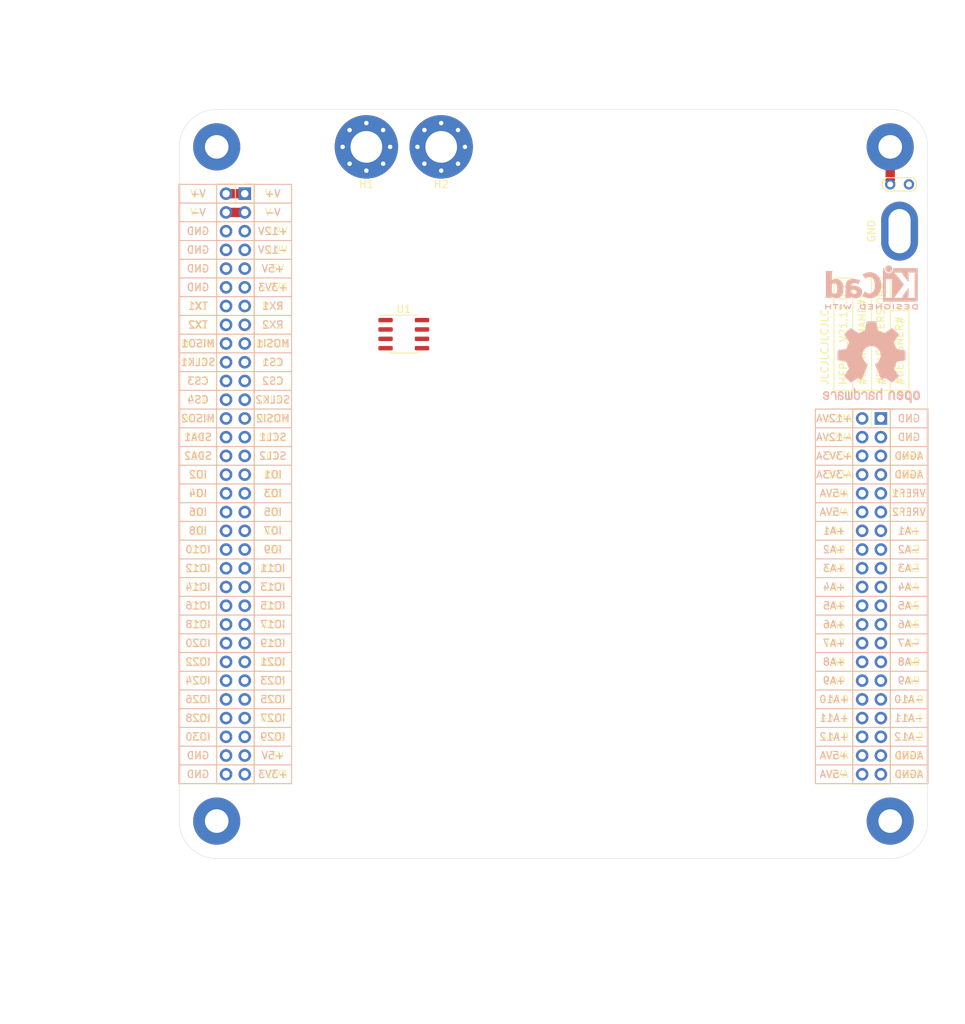
<source format=kicad_pcb>
(kicad_pcb (version 20211014) (generator pcbnew)
  (layers (0 "F.Cu" signal) (1 "In1.Cu" power "GND.Cu") (2 "In2.Cu" power "Power.Cu") (31 "B.Cu" signal) (34 "B.Paste" user) (35 "F.Paste" user) (36 "B.SilkS" user "B.Silkscreen") (37 "F.SilkS" user "F.Silkscreen") (38 "B.Mask" user) (39 "F.Mask" user) (44 "Edge.Cuts" user))
  (net 0 "")
  (net 1 "GND")
  (net 2 "Net-(H204-Pad1)")
  (net 3 "AGND")
  (net 4 "+3V3")
  (net 5 "+5V")
  (net 6 "GPIO30")
  (net 7 "GPIO29")
  (net 8 "GPIO28")
  (net 9 "GPIO27")
  (net 10 "GPIO26")
  (net 11 "GPIO25")
  (net 12 "GPIO24")
  (net 13 "GPIO23")
  (net 14 "GPIO22")
  (net 15 "GPIO21")
  (net 16 "GPIO20")
  (net 17 "GPIO19")
  (net 18 "GPIO18")
  (net 19 "GPIO17")
  (net 20 "GPIO16")
  (net 21 "GPIO15")
  (net 22 "GPIO14")
  (net 23 "GPIO13")
  (net 24 "GPIO12")
  (net 25 "GPIO11")
  (net 26 "GPIO10")
  (net 27 "GPIO9")
  (net 28 "GPIO8")
  (net 29 "GPIO7")
  (net 30 "GPIO6")
  (net 31 "GPIO5")
  (net 32 "GPIO4")
  (net 33 "GPIO3")
  (net 34 "GPIO2")
  (net 35 "GPIO1")
  (net 36 "SDA2")
  (net 37 "SCL2")
  (net 38 "SDA1")
  (net 39 "SCL1")
  (net 40 "MISO2")
  (net 41 "MOSI2")
  (net 42 "CS4")
  (net 43 "SCLK2")
  (net 44 "CS3")
  (net 45 "CS2")
  (net 46 "SCLK1")
  (net 47 "CS1")
  (net 48 "MISO1")
  (net 49 "MOSI1")
  (net 50 "TX1")
  (net 51 "RX1")
  (net 52 "-12V")
  (net 53 "+12V")
  (net 54 "V-")
  (net 55 "V+")
  (net 56 "-5VA")
  (net 57 "+5VA")
  (net 58 "+A12")
  (net 59 "-A12")
  (net 60 "+A11")
  (net 61 "-A11")
  (net 62 "+A10")
  (net 63 "-A10")
  (net 64 "+A9")
  (net 65 "-A9")
  (net 66 "+A8")
  (net 67 "-A8")
  (net 68 "+A7")
  (net 69 "-A7")
  (net 70 "+A6")
  (net 71 "-A6")
  (net 72 "+A5")
  (net 73 "-A5")
  (net 74 "+A4")
  (net 75 "-A4")
  (net 76 "+A3")
  (net 77 "-A3")
  (net 78 "+A2")
  (net 79 "-A2")
  (net 80 "+A1")
  (net 81 "-A1")
  (net 82 "VREF2")
  (net 83 "VREF1")
  (net 84 "-3V3A")
  (net 85 "+3V3A")
  (net 86 "-12VA")
  (net 87 "+12VA")
  (net 88 "TX2")
  (net 89 "RX2")
  (footprint "MEP_TEMPLATE:Scope_GND" (layer "F.Cu") (at 191.91 50.47 90)
    (fp_text reference "GND201")
    (fp_text value "Scope GND")
    (pad "1" thru_hole oval locked (at 0 0 90) (size 8 5) (drill oval 6 3) (layers *.Cu *.Mask) (net 1 "GND"))
  )
  (footprint "MountingHole:MountingHole_3.2mm_M3_Pad" (layer "F.Cu") (at 99.2 39.04)
    (fp_text reference "H201")
    (fp_text value "M3 Mount")
    (pad "1" thru_hole circle locked (at 0 0) (size 6.4 6.4) (drill 3.2) (layers *.Cu *.Mask))
  )
  (footprint "MountingHole:MountingHole_3.2mm_M3_Pad" (layer "F.Cu") (at 99.2 130.48)
    (fp_text reference "H202")
    (fp_text value "M3 Mount")
    (pad "1" thru_hole circle locked (at 0 0) (size 6.4 6.4) (drill 3.2) (layers *.Cu *.Mask))
  )
  (footprint "MountingHole:MountingHole_3.2mm_M3_Pad" (layer "F.Cu") (at 190.64 130.48)
    (fp_text reference "H203")
    (fp_text value "M3 Mount")
    (pad "1" thru_hole circle locked (at 0 0) (size 6.4 6.4) (drill 3.2) (layers *.Cu *.Mask))
  )
  (footprint "MountingHole:MountingHole_3.2mm_M3_Pad" (layer "F.Cu") (at 190.64 39.04)
    (fp_text reference "H204")
    (fp_text value "M3 Mount")
    (pad "1" thru_hole circle locked (at 0 0) (size 6.4 6.4) (drill 3.2) (layers *.Cu *.Mask) (net 2 "Net-(H204-Pad1)"))
  )
  (footprint "TestPoint:TestPoint_2Pads_Pitch2.54mm_Drill0.8mm" (layer "F.Cu") (at 190.64 44.12)
    (fp_text reference "JP201")
    (fp_text value "GND Jumper")
    (pad "1" thru_hole circle locked (at 0 0) (size 1.4 1.4) (drill 0.8) (layers *.Cu *.Mask) (net 2 "Net-(H204-Pad1)"))
    (pad "2" thru_hole circle locked (at 2.54 0) (size 1.4 1.4) (drill 0.8) (layers *.Cu *.Mask) (net 1 "GND"))
  )
  (footprint "Connector_PinSocket_2.54mm:PinSocket_2x32_P2.54mm_Vertical" (layer "F.Cu") (at 103.01 45.39)
    (fp_text reference "J201")
    (fp_text value "Conn_02x32_Odd_Even")
    (pad "1" thru_hole rect locked (at 0 0) (size 1.7 1.7) (drill 1) (layers *.Cu *.Mask) (net 55 "V+"))
    (pad "2" thru_hole oval locked (at -2.54 0) (size 1.7 1.7) (drill 1) (layers *.Cu *.Mask) (net 55 "V+"))
    (pad "3" thru_hole oval locked (at 0 2.54) (size 1.7 1.7) (drill 1) (layers *.Cu *.Mask) (net 54 "V-"))
    (pad "4" thru_hole oval locked (at -2.54 2.54) (size 1.7 1.7) (drill 1) (layers *.Cu *.Mask) (net 54 "V-"))
    (pad "5" thru_hole oval locked (at 0 5.08) (size 1.7 1.7) (drill 1) (layers *.Cu *.Mask) (net 53 "+12V"))
    (pad "6" thru_hole oval locked (at -2.54 5.08) (size 1.7 1.7) (drill 1) (layers *.Cu *.Mask) (net 1 "GND"))
    (pad "7" thru_hole oval locked (at 0 7.62) (size 1.7 1.7) (drill 1) (layers *.Cu *.Mask) (net 52 "-12V"))
    (pad "8" thru_hole oval locked (at -2.54 7.62) (size 1.7 1.7) (drill 1) (layers *.Cu *.Mask) (net 1 "GND"))
    (pad "9" thru_hole oval locked (at 0 10.16) (size 1.7 1.7) (drill 1) (layers *.Cu *.Mask) (net 5 "+5V"))
    (pad "10" thru_hole oval locked (at -2.54 10.16) (size 1.7 1.7) (drill 1) (layers *.Cu *.Mask) (net 1 "GND"))
    (pad "11" thru_hole oval locked (at 0 12.7) (size 1.7 1.7) (drill 1) (layers *.Cu *.Mask) (net 4 "+3V3"))
    (pad "12" thru_hole oval locked (at -2.54 12.7) (size 1.7 1.7) (drill 1) (layers *.Cu *.Mask) (net 1 "GND"))
    (pad "13" thru_hole oval locked (at 0 15.24) (size 1.7 1.7) (drill 1) (layers *.Cu *.Mask) (net 51 "RX1"))
    (pad "14" thru_hole oval locked (at -2.54 15.24) (size 1.7 1.7) (drill 1) (layers *.Cu *.Mask) (net 50 "TX1"))
    (pad "15" thru_hole oval locked (at 0 17.78) (size 1.7 1.7) (drill 1) (layers *.Cu *.Mask) (net 89 "RX2"))
    (pad "16" thru_hole oval locked (at -2.54 17.78) (size 1.7 1.7) (drill 1) (layers *.Cu *.Mask) (net 88 "TX2"))
    (pad "17" thru_hole oval locked (at 0 20.32) (size 1.7 1.7) (drill 1) (layers *.Cu *.Mask) (net 49 "MOSI1"))
    (pad "18" thru_hole oval locked (at -2.54 20.32) (size 1.7 1.7) (drill 1) (layers *.Cu *.Mask) (net 48 "MISO1"))
    (pad "19" thru_hole oval locked (at 0 22.86) (size 1.7 1.7) (drill 1) (layers *.Cu *.Mask) (net 47 "CS1"))
    (pad "20" thru_hole oval locked (at -2.54 22.86) (size 1.7 1.7) (drill 1) (layers *.Cu *.Mask) (net 46 "SCLK1"))
    (pad "21" thru_hole oval locked (at 0 25.4) (size 1.7 1.7) (drill 1) (layers *.Cu *.Mask) (net 45 "CS2"))
    (pad "22" thru_hole oval locked (at -2.54 25.4) (size 1.7 1.7) (drill 1) (layers *.Cu *.Mask) (net 44 "CS3"))
    (pad "23" thru_hole oval locked (at 0 27.94) (size 1.7 1.7) (drill 1) (layers *.Cu *.Mask) (net 43 "SCLK2"))
    (pad "24" thru_hole oval locked (at -2.54 27.94) (size 1.7 1.7) (drill 1) (layers *.Cu *.Mask) (net 42 "CS4"))
    (pad "25" thru_hole oval locked (at 0 30.48) (size 1.7 1.7) (drill 1) (layers *.Cu *.Mask) (net 41 "MOSI2"))
    (pad "26" thru_hole oval locked (at -2.54 30.48) (size 1.7 1.7) (drill 1) (layers *.Cu *.Mask) (net 40 "MISO2"))
    (pad "27" thru_hole oval locked (at 0 33.02) (size 1.7 1.7) (drill 1) (layers *.Cu *.Mask) (net 39 "SCL1"))
    (pad "28" thru_hole oval locked (at -2.54 33.02) (size 1.7 1.7) (drill 1) (layers *.Cu *.Mask) (net 38 "SDA1"))
    (pad "29" thru_hole oval locked (at 0 35.56) (size 1.7 1.7) (drill 1) (layers *.Cu *.Mask) (net 37 "SCL2"))
    (pad "30" thru_hole oval locked (at -2.54 35.56) (size 1.7 1.7) (drill 1) (layers *.Cu *.Mask) (net 36 "SDA2"))
    (pad "31" thru_hole oval locked (at 0 38.1) (size 1.7 1.7) (drill 1) (layers *.Cu *.Mask) (net 35 "GPIO1"))
    (pad "32" thru_hole oval locked (at -2.54 38.1) (size 1.7 1.7) (drill 1) (layers *.Cu *.Mask) (net 34 "GPIO2"))
    (pad "33" thru_hole oval locked (at 0 40.64) (size 1.7 1.7) (drill 1) (layers *.Cu *.Mask) (net 33 "GPIO3"))
    (pad "34" thru_hole oval locked (at -2.54 40.64) (size 1.7 1.7) (drill 1) (layers *.Cu *.Mask) (net 32 "GPIO4"))
    (pad "35" thru_hole oval locked (at 0 43.18) (size 1.7 1.7) (drill 1) (layers *.Cu *.Mask) (net 31 "GPIO5"))
    (pad "36" thru_hole oval locked (at -2.54 43.18) (size 1.7 1.7) (drill 1) (layers *.Cu *.Mask) (net 30 "GPIO6"))
    (pad "37" thru_hole oval locked (at 0 45.72) (size 1.7 1.7) (drill 1) (layers *.Cu *.Mask) (net 29 "GPIO7"))
    (pad "38" thru_hole oval locked (at -2.54 45.72) (size 1.7 1.7) (drill 1) (layers *.Cu *.Mask) (net 28 "GPIO8"))
    (pad "39" thru_hole oval locked (at 0 48.26) (size 1.7 1.7) (drill 1) (layers *.Cu *.Mask) (net 27 "GPIO9"))
    (pad "40" thru_hole oval locked (at -2.54 48.26) (size 1.7 1.7) (drill 1) (layers *.Cu *.Mask) (net 26 "GPIO10"))
    (pad "41" thru_hole oval locked (at 0 50.8) (size 1.7 1.7) (drill 1) (layers *.Cu *.Mask) (net 25 "GPIO11"))
    (pad "42" thru_hole oval locked (at -2.54 50.8) (size 1.7 1.7) (drill 1) (layers *.Cu *.Mask) (net 24 "GPIO12"))
    (pad "43" thru_hole oval locked (at 0 53.34) (size 1.7 1.7) (drill 1) (layers *.Cu *.Mask) (net 23 "GPIO13"))
    (pad "44" thru_hole oval locked (at -2.54 53.34) (size 1.7 1.7) (drill 1) (layers *.Cu *.Mask) (net 22 "GPIO14"))
    (pad "45" thru_hole oval locked (at 0 55.88) (size 1.7 1.7) (drill 1) (layers *.Cu *.Mask) (net 21 "GPIO15"))
    (pad "46" thru_hole oval locked (at -2.54 55.88) (size 1.7 1.7) (drill 1) (layers *.Cu *.Mask) (net 20 "GPIO16"))
    (pad "47" thru_hole oval locked (at 0 58.42) (size 1.7 1.7) (drill 1) (layers *.Cu *.Mask) (net 19 "GPIO17"))
    (pad "48" thru_hole oval locked (at -2.54 58.42) (size 1.7 1.7) (drill 1) (layers *.Cu *.Mask) (net 18 "GPIO18"))
    (pad "49" thru_hole oval locked (at 0 60.96) (size 1.7 1.7) (drill 1) (layers *.Cu *.Mask) (net 17 "GPIO19"))
    (pad "50" thru_hole oval locked (at -2.54 60.96) (size 1.7 1.7) (drill 1) (layers *.Cu *.Mask) (net 16 "GPIO20"))
    (pad "51" thru_hole oval locked (at 0 63.5) (size 1.7 1.7) (drill 1) (layers *.Cu *.Mask) (net 15 "GPIO21"))
    (pad "52" thru_hole oval locked (at -2.54 63.5) (size 1.7 1.7) (drill 1) (layers *.Cu *.Mask) (net 14 "GPIO22"))
    (pad "53" thru_hole oval locked (at 0 66.04) (size 1.7 1.7) (drill 1) (layers *.Cu *.Mask) (net 13 "GPIO23"))
    (pad "54" thru_hole oval locked (at -2.54 66.04) (size 1.7 1.7) (drill 1) (layers *.Cu *.Mask) (net 12 "GPIO24"))
    (pad "55" thru_hole oval locked (at 0 68.58) (size 1.7 1.7) (drill 1) (layers *.Cu *.Mask) (net 11 "GPIO25"))
    (pad "56" thru_hole oval locked (at -2.54 68.58) (size 1.7 1.7) (drill 1) (layers *.Cu *.Mask) (net 10 "GPIO26"))
    (pad "57" thru_hole oval locked (at 0 71.12) (size 1.7 1.7) (drill 1) (layers *.Cu *.Mask) (net 9 "GPIO27"))
    (pad "58" thru_hole oval locked (at -2.54 71.12) (size 1.7 1.7) (drill 1) (layers *.Cu *.Mask) (net 8 "GPIO28"))
    (pad "59" thru_hole oval locked (at 0 73.66) (size 1.7 1.7) (drill 1) (layers *.Cu *.Mask) (net 7 "GPIO29"))
    (pad "60" thru_hole oval locked (at -2.54 73.66) (size 1.7 1.7) (drill 1) (layers *.Cu *.Mask) (net 6 "GPIO30"))
    (pad "61" thru_hole oval locked (at 0 76.2) (size 1.7 1.7) (drill 1) (layers *.Cu *.Mask) (net 5 "+5V"))
    (pad "62" thru_hole oval locked (at -2.54 76.2) (size 1.7 1.7) (drill 1) (layers *.Cu *.Mask) (net 1 "GND"))
    (pad "63" thru_hole oval locked (at 0 78.74) (size 1.7 1.7) (drill 1) (layers *.Cu *.Mask) (net 4 "+3V3"))
    (pad "64" thru_hole oval locked (at -2.54 78.74) (size 1.7 1.7) (drill 1) (layers *.Cu *.Mask) (net 1 "GND"))
  )
  (footprint "Connector_PinSocket_2.54mm:PinSocket_2x20_P2.54mm_Vertical" (layer "F.Cu") (at 189.37 75.87)
    (fp_text reference "J202")
    (fp_text value "Conn_02x20_Odd_Even")
    (pad "1" thru_hole rect locked (at 0 0) (size 1.7 1.7) (drill 1) (layers *.Cu *.Mask) (net 1 "GND"))
    (pad "2" thru_hole oval locked (at -2.54 0) (size 1.7 1.7) (drill 1) (layers *.Cu *.Mask) (net 87 "+12VA"))
    (pad "3" thru_hole oval locked (at 0 2.54) (size 1.7 1.7) (drill 1) (layers *.Cu *.Mask) (net 1 "GND"))
    (pad "4" thru_hole oval locked (at -2.54 2.54) (size 1.7 1.7) (drill 1) (layers *.Cu *.Mask) (net 86 "-12VA"))
    (pad "5" thru_hole oval locked (at 0 5.08) (size 1.7 1.7) (drill 1) (layers *.Cu *.Mask) (net 3 "AGND"))
    (pad "6" thru_hole oval locked (at -2.54 5.08) (size 1.7 1.7) (drill 1) (layers *.Cu *.Mask) (net 85 "+3V3A"))
    (pad "7" thru_hole oval locked (at 0 7.62) (size 1.7 1.7) (drill 1) (layers *.Cu *.Mask) (net 3 "AGND"))
    (pad "8" thru_hole oval locked (at -2.54 7.62) (size 1.7 1.7) (drill 1) (layers *.Cu *.Mask) (net 84 "-3V3A"))
    (pad "9" thru_hole oval locked (at 0 10.16) (size 1.7 1.7) (drill 1) (layers *.Cu *.Mask) (net 83 "VREF1"))
    (pad "10" thru_hole oval locked (at -2.54 10.16) (size 1.7 1.7) (drill 1) (layers *.Cu *.Mask) (net 57 "+5VA"))
    (pad "11" thru_hole oval locked (at 0 12.7) (size 1.7 1.7) (drill 1) (layers *.Cu *.Mask) (net 82 "VREF2"))
    (pad "12" thru_hole oval locked (at -2.54 12.7) (size 1.7 1.7) (drill 1) (layers *.Cu *.Mask) (net 56 "-5VA"))
    (pad "13" thru_hole oval locked (at 0 15.24) (size 1.7 1.7) (drill 1) (layers *.Cu *.Mask) (net 81 "-A1"))
    (pad "14" thru_hole oval locked (at -2.54 15.24) (size 1.7 1.7) (drill 1) (layers *.Cu *.Mask) (net 80 "+A1"))
    (pad "15" thru_hole oval locked (at 0 17.78) (size 1.7 1.7) (drill 1) (layers *.Cu *.Mask) (net 79 "-A2"))
    (pad "16" thru_hole oval locked (at -2.54 17.78) (size 1.7 1.7) (drill 1) (layers *.Cu *.Mask) (net 78 "+A2"))
    (pad "17" thru_hole oval locked (at 0 20.32) (size 1.7 1.7) (drill 1) (layers *.Cu *.Mask) (net 77 "-A3"))
    (pad "18" thru_hole oval locked (at -2.54 20.32) (size 1.7 1.7) (drill 1) (layers *.Cu *.Mask) (net 76 "+A3"))
    (pad "19" thru_hole oval locked (at 0 22.86) (size 1.7 1.7) (drill 1) (layers *.Cu *.Mask) (net 75 "-A4"))
    (pad "20" thru_hole oval locked (at -2.54 22.86) (size 1.7 1.7) (drill 1) (layers *.Cu *.Mask) (net 74 "+A4"))
    (pad "21" thru_hole oval locked (at 0 25.4) (size 1.7 1.7) (drill 1) (layers *.Cu *.Mask) (net 73 "-A5"))
    (pad "22" thru_hole oval locked (at -2.54 25.4) (size 1.7 1.7) (drill 1) (layers *.Cu *.Mask) (net 72 "+A5"))
    (pad "23" thru_hole oval locked (at 0 27.94) (size 1.7 1.7) (drill 1) (layers *.Cu *.Mask) (net 71 "-A6"))
    (pad "24" thru_hole oval locked (at -2.54 27.94) (size 1.7 1.7) (drill 1) (layers *.Cu *.Mask) (net 70 "+A6"))
    (pad "25" thru_hole oval locked (at 0 30.48) (size 1.7 1.7) (drill 1) (layers *.Cu *.Mask) (net 69 "-A7"))
    (pad "26" thru_hole oval locked (at -2.54 30.48) (size 1.7 1.7) (drill 1) (layers *.Cu *.Mask) (net 68 "+A7"))
    (pad "27" thru_hole oval locked (at 0 33.02) (size 1.7 1.7) (drill 1) (layers *.Cu *.Mask) (net 67 "-A8"))
    (pad "28" thru_hole oval locked (at -2.54 33.02) (size 1.7 1.7) (drill 1) (layers *.Cu *.Mask) (net 66 "+A8"))
    (pad "29" thru_hole oval locked (at 0 35.56) (size 1.7 1.7) (drill 1) (layers *.Cu *.Mask) (net 65 "-A9"))
    (pad "30" thru_hole oval locked (at -2.54 35.56) (size 1.7 1.7) (drill 1) (layers *.Cu *.Mask) (net 64 "+A9"))
    (pad "31" thru_hole oval locked (at 0 38.1) (size 1.7 1.7) (drill 1) (layers *.Cu *.Mask) (net 63 "-A10"))
    (pad "32" thru_hole oval locked (at -2.54 38.1) (size 1.7 1.7) (drill 1) (layers *.Cu *.Mask) (net 62 "+A10"))
    (pad "33" thru_hole oval locked (at 0 40.64) (size 1.7 1.7) (drill 1) (layers *.Cu *.Mask) (net 61 "-A11"))
    (pad "34" thru_hole oval locked (at -2.54 40.64) (size 1.7 1.7) (drill 1) (layers *.Cu *.Mask) (net 60 "+A11"))
    (pad "35" thru_hole oval locked (at 0 43.18) (size 1.7 1.7) (drill 1) (layers *.Cu *.Mask) (net 59 "-A12"))
    (pad "36" thru_hole oval locked (at -2.54 43.18) (size 1.7 1.7) (drill 1) (layers *.Cu *.Mask) (net 58 "+A12"))
    (pad "37" thru_hole oval locked (at 0 45.72) (size 1.7 1.7) (drill 1) (layers *.Cu *.Mask) (net 3 "AGND"))
    (pad "38" thru_hole oval locked (at -2.54 45.72) (size 1.7 1.7) (drill 1) (layers *.Cu *.Mask) (net 57 "+5VA"))
    (pad "39" thru_hole oval locked (at 0 48.26) (size 1.7 1.7) (drill 1) (layers *.Cu *.Mask) (net 3 "AGND"))
    (pad "40" thru_hole oval locked (at -2.54 48.26) (size 1.7 1.7) (drill 1) (layers *.Cu *.Mask) (net 56 "-5VA"))
  )
  (footprint "Package_SO:SOIC-8_3.9x4.9mm_P1.27mm" (layer "F.Cu") (at 124.6 64.44)
    (fp_text reference "U1" (at 0 -3.4) (layer "F.SilkS"))
    (fp_text value "MC34063AD")
    (pad "1" smd roundrect locked (at -2.475 -1.905) (size 1.95 0.6) (layers "F.Cu" "F.Paste" "F.Mask"))
    (pad "2" smd roundrect locked (at -2.475 -0.635) (size 1.95 0.6) (layers "F.Cu" "F.Paste" "F.Mask"))
    (pad "3" smd roundrect locked (at -2.475 0.635) (size 1.95 0.6) (layers "F.Cu" "F.Paste" "F.Mask"))
    (pad "4" smd roundrect locked (at -2.475 1.905) (size 1.95 0.6) (layers "F.Cu" "F.Paste" "F.Mask"))
    (pad "5" smd roundrect locked (at 2.475 1.905) (size 1.95 0.6) (layers "F.Cu" "F.Paste" "F.Mask"))
    (pad "6" smd roundrect locked (at 2.475 0.635) (size 1.95 0.6) (layers "F.Cu" "F.Paste" "F.Mask"))
    (pad "7" smd roundrect locked (at 2.475 -0.635) (size 1.95 0.6) (layers "F.Cu" "F.Paste" "F.Mask"))
    (pad "8" smd roundrect locked (at 2.475 -1.905) (size 1.95 0.6) (layers "F.Cu" "F.Paste" "F.Mask"))
  )
  (footprint "MountingHole:MountingHole_4.3mm_M4_Pad_Via" (layer "F.Cu") (at 129.68 39.04)
    (fp_text reference "H2" (at 0 5.08) (layer "F.SilkS"))
    (fp_text value "GND")
    (pad "1" thru_hole circle locked (at 0 3.225) (size 0.9 0.9) (drill 0.6) (layers *.Cu *.Mask) (net 1 "GND"))
    (pad "1" thru_hole circle locked (at 2.280419 -2.280419) (size 0.9 0.9) (drill 0.6) (layers *.Cu *.Mask) (net 1 "GND"))
    (pad "1" thru_hole circle locked (at 0 0) (size 8.6 8.6) (drill 4.3) (layers *.Cu *.Mask) (net 1 "GND"))
    (pad "1" thru_hole circle locked (at -2.280419 2.280419) (size 0.9 0.9) (drill 0.6) (layers *.Cu *.Mask) (net 1 "GND"))
    (pad "1" thru_hole circle locked (at 2.280419 2.280419) (size 0.9 0.9) (drill 0.6) (layers *.Cu *.Mask) (net 1 "GND"))
    (pad "1" thru_hole circle locked (at 3.225 0) (size 0.9 0.9) (drill 0.6) (layers *.Cu *.Mask) (net 1 "GND"))
    (pad "1" thru_hole circle locked (at -2.280419 -2.280419) (size 0.9 0.9) (drill 0.6) (layers *.Cu *.Mask) (net 1 "GND"))
    (pad "1" thru_hole circle locked (at 0 -3.225) (size 0.9 0.9) (drill 0.6) (layers *.Cu *.Mask) (net 1 "GND"))
    (pad "1" thru_hole circle locked (at -3.225 0) (size 0.9 0.9) (drill 0.6) (layers *.Cu *.Mask) (net 1 "GND"))
  )
  (footprint "MountingHole:MountingHole_4.3mm_M4_Pad_Via" (layer "F.Cu") (at 119.52 39.04)
    (fp_text reference "H1" (at 0 5.08) (layer "F.SilkS"))
    (fp_text value "+24V")
    (pad "1" thru_hole circle locked (at 2.280419 2.280419) (size 0.9 0.9) (drill 0.6) (layers *.Cu *.Mask) (net 55 "V+"))
    (pad "1" thru_hole circle locked (at 3.225 0) (size 0.9 0.9) (drill 0.6) (layers *.Cu *.Mask) (net 55 "V+"))
    (pad "1" thru_hole circle locked (at -2.280419 -2.280419) (size 0.9 0.9) (drill 0.6) (layers *.Cu *.Mask) (net 55 "V+"))
    (pad "1" thru_hole circle locked (at 0 3.225) (size 0.9 0.9) (drill 0.6) (layers *.Cu *.Mask) (net 55 "V+"))
    (pad "1" thru_hole circle locked (at 0 -3.225) (size 0.9 0.9) (drill 0.6) (layers *.Cu *.Mask) (net 55 "V+"))
    (pad "1" thru_hole circle locked (at -3.225 0) (size 0.9 0.9) (drill 0.6) (layers *.Cu *.Mask) (net 55 "V+"))
    (pad "1" thru_hole circle locked (at -2.280419 2.280419) (size 0.9 0.9) (drill 0.6) (layers *.Cu *.Mask) (net 55 "V+"))
    (pad "1" thru_hole circle locked (at 2.280419 -2.280419) (size 0.9 0.9) (drill 0.6) (layers *.Cu *.Mask) (net 55 "V+"))
    (pad "1" thru_hole circle locked (at 0 0) (size 8.6 8.6) (drill 4.3) (layers *.Cu *.Mask) (net 55 "V+"))
  )
  (footprint "Symbol:KiCad-Logo2_5mm_SilkScreen" (layer "B.Cu") (at 188.1 58.09 180)
    (fp_text reference "KiCad_Logo" hide)
    (fp_text value "KiCad-Logo2_5mm_SilkScreen" hide)
  )
  (footprint "Symbol:OSHW-Logo2_14.6x12mm_SilkScreen" (layer "B.Cu") (at 188.1 68.25 180)
    (fp_text reference "OSHW_Logo" hide)
    (fp_text value "OSHW-Logo2_14.6x12mm_SilkScreen" hide)
  )
  (gr_line locked (start 180.48 77.14) (end 195.72 77.14) (layer "B.SilkS") (width 0.12))
  (gr_line locked (start 195.72 84.76) (end 180.48 84.76) (layer "B.SilkS") (width 0.12))
  (gr_line locked (start 180.48 82.22) (end 195.72 82.22) (layer "B.SilkS") (width 0.12))
  (gr_line locked (start 180.48 89.84) (end 195.72 89.84) (layer "B.SilkS") (width 0.12))
  (gr_line locked (start 180.48 87.3) (end 195.72 87.3) (layer "B.SilkS") (width 0.12))
  (gr_line locked (start 195.72 110.16) (end 180.48 110.16) (layer "B.SilkS") (width 0.12))
  (gr_line locked (start 180.48 125.4) (end 195.72 125.4) (layer "B.SilkS") (width 0.12))
  (gr_line locked (start 191.275 74.6) (end 184.925 74.6) (layer "B.SilkS") (width 0.12))
  (gr_line locked (start 195.72 92.38) (end 180.48 92.38) (layer "B.SilkS") (width 0.12))
  (gr_line locked (start 195.72 79.68) (end 180.48 79.68) (layer "B.SilkS") (width 0.12))
  (gr_line locked (start 180.48 74.6) (end 180.48 125.4) (layer "B.SilkS") (width 0.12))
  (gr_line locked (start 180.48 115.24) (end 195.72 115.24) (layer "B.SilkS") (width 0.12))
  (gr_line locked (start 195.72 117.78) (end 180.48 117.78) (layer "B.SilkS") (width 0.12))
  (gr_line locked (start 180.48 107.62) (end 195.72 107.62) (layer "B.SilkS") (width 0.12))
  (gr_line locked (start 195.72 97.46) (end 180.48 97.46) (layer "B.SilkS") (width 0.12))
  (gr_line locked (start 180.48 100) (end 195.72 100) (layer "B.SilkS") (width 0.12))
  (gr_line locked (start 195.72 122.86) (end 180.48 122.86) (layer "B.SilkS") (width 0.12))
  (gr_line locked (start 180.48 120.32) (end 195.72 120.32) (layer "B.SilkS") (width 0.12))
  (gr_line locked (start 195.72 102.54) (end 180.48 102.54) (layer "B.SilkS") (width 0.12))
  (gr_line locked (start 195.72 112.7) (end 180.48 112.7) (layer "B.SilkS") (width 0.12))
  (gr_line locked (start 195.72 74.6) (end 180.48 74.6) (layer "B.SilkS") (width 0.12))
  (gr_line locked (start 195.72 125.4) (end 195.72 74.6) (layer "B.SilkS") (width 0.24))
  (gr_line locked (start 180.48 105.08) (end 195.72 105.08) (layer "B.SilkS") (width 0.12))
  (gr_line locked (start 180.48 94.92) (end 195.72 94.92) (layer "B.SilkS") (width 0.12))
  (gr_line locked (start 94.12 97.46) (end 109.36 97.46) (layer "B.SilkS") (width 0.12))
  (gr_line locked (start 94.12 105.08) (end 109.36 105.08) (layer "B.SilkS") (width 0.12))
  (gr_line locked (start 94.12 115.24) (end 109.36 115.24) (layer "B.SilkS") (width 0.12))
  (gr_line locked (start 94.12 49.2) (end 109.36 49.2) (layer "B.SilkS") (width 0.12))
  (gr_line locked (start 94.12 64.44) (end 109.36 64.44) (layer "B.SilkS") (width 0.12))
  (gr_line locked (start 109.36 72.06) (end 94.12 72.06) (layer "B.SilkS") (width 0.12))
  (gr_line locked (start 109.36 102.54) (end 94.12 102.54) (layer "B.SilkS") (width 0.12))
  (gr_line locked (start 94.12 87.3) (end 109.36 87.3) (layer "B.SilkS") (width 0.12))
  (gr_line locked (start 109.36 120.32) (end 94.12 120.32) (layer "B.SilkS") (width 0.12))
  (gr_line locked (start 94.12 82.22) (end 109.36 82.22) (layer "B.SilkS") (width 0.12))
  (gr_line locked (start 109.36 59.36) (end 94.12 59.36) (layer "B.SilkS") (width 0.12))
  (gr_line locked (start 109.36 44.12) (end 94.12 44.12) (layer "B.SilkS") (width 0.12))
  (gr_line locked (start 94.12 69.52) (end 109.36 69.52) (layer "B.SilkS") (width 0.12))
  (gr_line locked (start 109.36 94.92) (end 94.12 94.92) (layer "B.SilkS") (width 0.12))
  (gr_line locked (start 94.12 61.9) (end 109.36 61.9) (layer "B.SilkS") (width 0.12))
  (gr_line locked (start 109.36 107.62) (end 94.12 107.62) (layer "B.SilkS") (width 0.12))
  (gr_line locked (start 109.36 46.66) (end 94.12 46.66) (layer "B.SilkS") (width 0.12))
  (gr_line locked (start 94.12 110.16) (end 109.36 110.16) (layer "B.SilkS") (width 0.12))
  (gr_line locked (start 94.12 56.82) (end 109.36 56.82) (layer "B.SilkS") (width 0.12))
  (gr_line locked (start 94.12 79.68) (end 109.36 79.68) (layer "B.SilkS") (width 0.12))
  (gr_line locked (start 109.36 77.14) (end 94.12 77.14) (layer "B.SilkS") (width 0.12))
  (gr_line locked (start 94.12 74.6) (end 109.36 74.6) (layer "B.SilkS") (width 0.12))
  (gr_line locked (start 109.36 125.4) (end 94.12 125.4) (layer "B.SilkS") (width 0.12))
  (gr_line locked (start 94.12 92.38) (end 109.36 92.38) (layer "B.SilkS") (width 0.12))
  (gr_line locked (start 94.12 44.12) (end 94.12 125.4) (layer "B.SilkS") (width 0.24))
  (gr_line locked (start 94.12 100) (end 109.36 100) (layer "B.SilkS") (width 0.12))
  (gr_line locked (start 94.12 122.86) (end 109.36 122.86) (layer "B.SilkS") (width 0.12))
  (gr_line locked (start 109.36 89.84) (end 94.12 89.84) (layer "B.SilkS") (width 0.12))
  (gr_line locked (start 94.12 51.74) (end 109.36 51.74) (layer "B.SilkS") (width 0.12))
  (gr_line locked (start 109.36 112.7) (end 94.12 112.7) (layer "B.SilkS") (width 0.12))
  (gr_line locked (start 109.36 66.98) (end 94.12 66.98) (layer "B.SilkS") (width 0.12))
  (gr_line locked (start 109.36 54.28) (end 94.12 54.28) (layer "B.SilkS") (width 0.12))
  (gr_line locked (start 109.36 125.4) (end 109.36 44.12) (layer "B.SilkS") (width 0.12))
  (gr_line locked (start 109.36 84.76) (end 94.12 84.76) (layer "B.SilkS") (width 0.12))
  (gr_line locked (start 94.12 117.78) (end 109.36 117.78) (layer "B.SilkS") (width 0.12))
  (gr_line locked (start 99.2 125.4) (end 99.2 44.12) (layer "B.SilkS") (width 0.12))
  (gr_line locked (start 104.28 44.12) (end 104.28 125.4) (layer "B.SilkS") (width 0.12))
  (gr_line locked (start 190.64 125.4) (end 190.64 74.6) (layer "B.SilkS") (width 0.12))
  (gr_line locked (start 190.64 74.6) (end 185.56 74.6) (layer "B.SilkS") (width 0.12))
  (gr_line locked (start 185.56 74.6) (end 185.56 125.4) (layer "B.SilkS") (width 0.12))
  (gr_line locked (start 180.48 125.4) (end 180.48 74.6) (layer "F.SilkS") (width 0.12))
  (gr_line locked (start 94.12 107.62) (end 109.36 107.62) (layer "F.SilkS") (width 0.12))
  (gr_line locked (start 109.36 115.24) (end 94.12 115.24) (layer "F.SilkS") (width 0.12))
  (gr_line locked (start 94.12 117.78) (end 109.36 117.78) (layer "F.SilkS") (width 0.12))
  (gr_line locked (start 94.12 112.7) (end 109.36 112.7) (layer "F.SilkS") (width 0.12))
  (gr_line locked (start 94.12 105.08) (end 109.36 105.08) (layer "F.SilkS") (width 0.12))
  (gr_line locked (start 109.36 110.16) (end 94.12 110.16) (layer "F.SilkS") (width 0.12))
  (gr_line locked (start 109.36 102.54) (end 94.12 102.54) (layer "F.SilkS") (width 0.12))
  (gr_line locked (start 94.12 125.4) (end 94.12 44.12) (layer "F.SilkS") (width 0.24))
  (gr_line locked (start 109.36 44.12) (end 94.12 44.12) (layer "F.SilkS") (width 0.12))
  (gr_line locked (start 109.36 125.4) (end 94.12 125.4) (layer "F.SilkS") (width 0.12))
  (gr_line locked (start 180.48 74.6) (end 195.72 74.6) (layer "F.SilkS") (width 0.12))
  (gr_line locked (start 190.64 56.82) (end 188.1 56.82) (layer "F.SilkS") (width 0.12))
  (gr_line locked (start 185.56 59.36) (end 185.56 56.82) (layer "F.SilkS") (width 0.12))
  (gr_line locked (start 183.02 56.82) (end 185.56 56.82) (layer "F.SilkS") (width 0.12))
  (gr_line locked (start 109.36 74.6) (end 94.12 74.6) (layer "F.SilkS") (width 0.12))
  (gr_line locked (start 180.48 105.08) (end 195.72 105.08) (layer "F.SilkS") (width 0.12))
  (gr_line locked (start 195.72 107.62) (end 180.48 107.62) (layer "F.SilkS") (width 0.12))
  (gr_line locked (start 188.1 72.06) (end 188.1 58.725) (layer "F.SilkS") (width 0.12))
  (gr_line locked (start 195.72 74.6) (end 195.72 125.4) (layer "F.SilkS") (width 0.24))
  (gr_line locked (start 180.48 122.86) (end 195.72 122.86) (layer "F.SilkS") (width 0.12))
  (gr_line locked (start 109.36 44.12) (end 109.36 125.4) (layer "F.SilkS") (width 0.12))
  (gr_line locked (start 94.12 87.3) (end 109.36 87.3) (layer "F.SilkS") (width 0.12))
  (gr_line locked (start 180.48 79.68) (end 195.72 79.68) (layer "F.SilkS") (width 0.12))
  (gr_line locked (start 195.72 102.54) (end 180.48 102.54) (layer "F.SilkS") (width 0.12))
  (gr_line locked (start 109.36 122.86) (end 94.12 122.86) (layer "F.SilkS") (width 0.12))
  (gr_line locked (start 109.36 49.2) (end 94.12 49.2) (layer "F.SilkS") (width 0.12))
  (gr_line locked (start 183.02 72.06) (end 183.02 56.82) (layer "F.SilkS") (width 0.12))
  (gr_line locked (start 94.12 94.92) (end 109.36 94.92) (layer "F.SilkS") (width 0.12))
  (gr_line locked (start 94.12 120.32) (end 109.36 120.32) (layer "F.SilkS") (width 0.12))
  (gr_line locked (start 195.72 89.84) (end 180.48 89.84) (layer "F.SilkS") (width 0.12))
  (gr_line locked (start 193.18 72.06) (end 193.18 61.265) (layer "F.SilkS") (width 0.12))
  (gr_line locked (start 109.36 84.76) (end 94.12 84.76) (layer "F.SilkS") (width 0.12))
  (gr_line locked (start 180.48 117.78) (end 195.72 117.78) (layer "F.SilkS") (width 0.12))
  (gr_line locked (start 94.12 64.44) (end 109.36 64.44) (layer "F.SilkS") (width 0.12))
  (gr_line locked (start 94.12 89.84) (end 109.36 89.84) (layer "F.SilkS") (width 0.12))
  (gr_line locked (start 180.48 112.7) (end 195.72 112.7) (layer "F.SilkS") (width 0.12))
  (gr_line locked (start 180.48 100) (end 195.72 100) (layer "F.SilkS") (width 0.12))
  (gr_line locked (start 94.12 46.66) (end 109.36 46.66) (layer "F.SilkS") (width 0.12))
  (gr_line locked (start 109.36 66.98) (end 94.12 66.98) (layer "F.SilkS") (width 0.12))
  (gr_line locked (start 109.36 56.82) (end 94.12 56.82) (layer "F.SilkS") (width 0.12))
  (gr_line locked (start 180.48 110.16) (end 195.72 110.16) (layer "F.SilkS") (width 0.12))
  (gr_line locked (start 94.12 72.06) (end 109.36 72.06) (layer "F.SilkS") (width 0.12))
  (gr_line locked (start 188.1 58.725) (end 188.1 56.82) (layer "F.SilkS") (width 0.12))
  (gr_line locked (start 188.1 59.36) (end 185.56 59.36) (layer "F.SilkS") (width 0.12))
  (gr_line locked (start 94.12 59.36) (end 109.36 59.36) (layer "F.SilkS") (width 0.12))
  (gr_line locked (start 94.12 69.52) (end 109.36 69.52) (layer "F.SilkS") (width 0.12))
  (gr_line locked (start 195.72 120.32) (end 180.48 120.32) (layer "F.SilkS") (width 0.12))
  (gr_line locked (start 195.72 115.24) (end 180.48 115.24) (layer "F.SilkS") (width 0.12))
  (gr_line locked (start 195.72 87.3) (end 180.48 87.3) (layer "F.SilkS") (width 0.12))
  (gr_line locked (start 94.12 51.74) (end 109.36 51.74) (layer "F.SilkS") (width 0.12))
  (gr_line locked (start 195.72 82.22) (end 180.48 82.22) (layer "F.SilkS") (width 0.12))
  (gr_line locked (start 193.18 72.06) (end 183.02 72.06) (layer "F.SilkS") (width 0.12))
  (gr_line locked (start 109.36 61.9) (end 94.12 61.9) (layer "F.SilkS") (width 0.12))
  (gr_line locked (start 195.72 77.14) (end 180.48 77.14) (layer "F.SilkS") (width 0.12))
  (gr_line locked (start 94.12 82.22) (end 109.36 82.22) (layer "F.SilkS") (width 0.12))
  (gr_line locked (start 191.275 125.4) (end 184.925 125.4) (layer "F.SilkS") (width 0.12))
  (gr_line locked (start 180.48 84.76) (end 195.72 84.76) (layer "F.SilkS") (width 0.12))
  (gr_line locked (start 109.36 92.38) (end 94.12 92.38) (layer "F.SilkS") (width 0.12))
  (gr_line locked (start 109.36 97.46) (end 94.12 97.46) (layer "F.SilkS") (width 0.12))
  (gr_line locked (start 190.64 56.82) (end 190.64 72.06) (layer "F.SilkS") (width 0.12))
  (gr_line locked (start 195.72 97.46) (end 180.48 97.46) (layer "F.SilkS") (width 0.12))
  (gr_line locked (start 94.12 100) (end 109.36 100) (layer "F.SilkS") (width 0.12))
  (gr_line locked (start 185.56 72.06) (end 185.56 56.82) (layer "F.SilkS") (width 0.12))
  (gr_line locked (start 109.36 79.68) (end 94.12 79.68) (layer "F.SilkS") (width 0.12))
  (gr_line locked (start 180.48 92.38) (end 195.72 92.38) (layer "F.SilkS") (width 0.12))
  (gr_line locked (start 94.12 54.28) (end 109.36 54.28) (layer "F.SilkS") (width 0.12))
  (gr_line locked (start 193.18 61.265) (end 190.64 61.265) (layer "F.SilkS") (width 0.12))
  (gr_line locked (start 195.72 125.4) (end 180.48 125.4) (layer "F.SilkS") (width 0.12))
  (gr_line locked (start 94.12 77.14) (end 109.36 77.14) (layer "F.SilkS") (width 0.12))
  (gr_line locked (start 180.48 94.92) (end 195.72 94.92) (layer "F.SilkS") (width 0.12))
  (gr_line locked (start 195.72 39.04) (end 195.72 130.48) (layer "Edge.Cuts") (width 0.05))
  (gr_arc locked (start 195.72 130.48) (mid 194.232102 134.072102) (end 190.64 135.56) (layer "Edge.Cuts") (width 0.05))
  (gr_arc locked (start 99.2 135.56) (mid 95.607898 134.072102) (end 94.12 130.48) (layer "Edge.Cuts") (width 0.05))
  (gr_line locked (start 99.2 33.96) (end 190.64 33.96) (layer "Edge.Cuts") (width 0.05))
  (gr_line locked (start 94.12 130.48) (end 94.12 39.04) (layer "Edge.Cuts") (width 0.05))
  (gr_arc locked (start 190.64 33.96) (mid 194.232102 35.447898) (end 195.72 39.04) (layer "Edge.Cuts") (width 0.05))
  (gr_arc locked (start 94.12 39.04) (mid 95.607898 35.447898) (end 99.2 33.96) (layer "Edge.Cuts") (width 0.05))
  (gr_line locked (start 190.64 135.56) (end 99.2 135.56) (layer "Edge.Cuts") (width 0.05))
  (gr_text "AGND" (at 193.18 124.13) (layer "B.SilkS") (effects (font (size 1 1)) (justify mirror)))
  (gr_text "-5VA" (at 183.02 124.13) (layer "B.SilkS") (effects (font (size 1 1)) (justify mirror)))
  (gr_text "AGND" (at 193.18 121.59) (layer "B.SilkS") (effects (font (size 1 1)) (justify mirror)))
  (gr_text "+5VA" (at 183.02 121.59) (layer "B.SilkS") (effects (font (size 1 1)) (justify mirror)))
  (gr_text "+12VA" (at 183.02 75.87) (layer "B.SilkS") (effects (font (size 1 1)) (justify mirror)))
  (gr_text "VREF2" (at 193.18 88.57) (layer "B.SilkS") (effects (font (size 1 1)) (justify mirror)))
  (gr_text "+A3" (at 183.02 96.19) (layer "B.SilkS") (effects (font (size 1 1)) (justify mirror)))
  (gr_text "GND" (at 193.18 78.41) (layer "B.SilkS") (effects (font (size 1 1)) (justify mirror)))
  (gr_text "-A8" (at 193.18 108.89) (layer "B.SilkS") (effects (font (size 1 1)) (justify mirror)))
  (gr_text "-A4" (at 193.18 98.73) (layer "B.SilkS") (effects (font (size 1 1)) (justify mirror)))
  (gr_text "+A7" (at 183.02 106.35) (layer "B.SilkS") (effects (font (size 1 1)) (justify mirror)))
  (gr_text "VREF1" (at 193.18 86.03) (layer "B.SilkS") (effects (font (size 1 1)) (justify mirror)))
  (gr_text "+A12" (at 183.02 119.05) (layer "B.SilkS") (effects (font (size 1 1)) (justify mirror)))
  (gr_text "-A9" (at 193.18 111.43) (layer "B.SilkS") (effects (font (size 1 1)) (justify mirror)))
  (gr_text "-A10" (at 193.18 113.97) (layer "B.SilkS") (effects (font (size 1 1)) (justify mirror)))
  (gr_text "+5VA" (at 183.02 86.03) (layer "B.SilkS") (effects (font (size 1 1)) (justify mirror)))
  (gr_text "-A7" (at 193.18 106.35) (layer "B.SilkS") (effects (font (size 1 1)) (justify mirror)))
  (gr_text "+A2" (at 183.02 93.65) (layer "B.SilkS") (effects (font (size 1 1)) (justify mirror)))
  (gr_text "-3V3A" (at 183.02 83.49) (layer "B.SilkS") (effects (font (size 1 1)) (justify mirror)))
  (gr_text "+A8" (at 183.02 108.89) (layer "B.SilkS") (effects (font (size 1 1)) (justify mirror)))
  (gr_text "-5VA" (at 183.02 88.57) (layer "B.SilkS") (effects (font (size 1 1)) (justify mirror)))
  (gr_text "-A2" (at 193.18 93.65) (layer "B.SilkS") (effects (font (size 1 1)) (justify mirror)))
  (gr_text "AGND" (at 193.18 80.95) (layer "B.SilkS") (effects (font (size 1 1)) (justify mirror)))
  (gr_text "+A11" (at 183.02 116.51) (layer "B.SilkS") (effects (font (size 1 1)) (justify mirror)))
  (gr_text "GND" (at 193.18 75.87) (layer "B.SilkS") (effects (font (size 1 1)) (justify mirror)))
  (gr_text "+A9" (at 183.02 111.43) (layer "B.SilkS") (effects (font (size 1 1)) (justify mirror)))
  (gr_text "-A12" (at 193.18 119.05) (layer "B.SilkS") (effects (font (size 1 1)) (justify mirror)))
  (gr_text "+A6" (at 183.02 103.81) (layer "B.SilkS") (effects (font (size 1 1)) (justify mirror)))
  (gr_text "+A1" (at 183.02 91.11) (layer "B.SilkS") (effects (font (size 1 1)) (justify mirror)))
  (gr_text "-12VA" (at 183.02 78.41) (layer "B.SilkS") (effects (font (size 1 1)) (justify mirror)))
  (gr_text "-A11" (at 193.18 116.51) (layer "B.SilkS") (effects (font (size 1 1)) (justify mirror)))
  (gr_text "-A1" (at 193.18 91.11) (layer "B.SilkS") (effects (font (size 1 1)) (justify mirror)))
  (gr_text "AGND" (at 193.18 83.49) (layer "B.SilkS") (effects (font (size 1 1)) (justify mirror)))
  (gr_text "-A3" (at 193.18 96.19) (layer "B.SilkS") (effects (font (size 1 1)) (justify mirror)))
  (gr_text "+A4" (at 183.02 98.73) (layer "B.SilkS") (effects (font (size 1 1)) (justify mirror)))
  (gr_text "-A5" (at 193.18 101.27) (layer "B.SilkS") (effects (font (size 1 1)) (justify mirror)))
  (gr_text "+A10" (at 183.02 113.97) (layer "B.SilkS") (effects (font (size 1 1)) (justify mirror)))
  (gr_text "-A6" (at 193.18 103.81) (layer "B.SilkS") (effects (font (size 1 1)) (justify mirror)))
  (gr_text "+A5" (at 183.02 101.27) (layer "B.SilkS") (effects (font (size 1 1)) (justify mirror)))
  (gr_text "+3V3A" (at 183.02 80.95) (layer "B.SilkS") (effects (font (size 1 1)) (justify mirror)))
  (gr_text "IO24" (at 96.66 111.43) (layer "B.SilkS") (effects (font (size 1 1)) (justify mirror)))
  (gr_text "IO20" (at 96.66 106.35) (layer "B.SilkS") (effects (font (size 1 1)) (justify mirror)))
  (gr_text "V+" (at 106.82 45.39) (layer "B.SilkS") (effects (font (size 1 1)) (justify mirror)))
  (gr_text "GND" (at 96.66 124.13) (layer "B.SilkS") (effects (font (size 1 1)) (justify mirror)))
  (gr_text "IO28" (at 96.66 116.51) (layer "B.SilkS") (effects (font (size 1 1)) (justify mirror)))
  (gr_text "GND" (at 96.66 121.59) (layer "B.SilkS") (effects (font (size 1 1)) (justify mirror)))
  (gr_text "IO26" (at 96.66 113.97) (layer "B.SilkS") (effects (font (size 1 1)) (justify mirror)))
  (gr_text "IO25" (at 106.82 113.97) (layer "B.SilkS") (effects (font (size 1 1)) (justify mirror)))
  (gr_text "IO22" (at 96.66 108.89) (layer "B.SilkS") (effects (font (size 1 1)) (justify mirror)))
  (gr_text "+3V3" (at 106.82 124.13) (layer "B.SilkS") (effects (font (size 1 1)) (justify mirror)))
  (gr_text "V+" (at 96.66 45.39) (layer "B.SilkS") (effects (font (size 1 1)) (justify mirror)))
  (gr_text "IO4" (at 96.66 86.03) (layer "B.SilkS") (effects (font (size 1 1)) (justify mirror)))
  (gr_text "IO16" (at 96.66 101.27) (layer "B.SilkS") (effects (font (size 1 1)) (justify mirror)))
  (gr_text "IO23" (at 106.82 111.43) (layer "B.SilkS") (effects (font (size 1 1)) (justify mirror)))
  (gr_text "IO6" (at 96.66 88.57) (layer "B.SilkS") (effects (font (size 1 1)) (justify mirror)))
  (gr_text "GND" (at 96.66 50.47) (layer "B.SilkS") (effects (font (size 1 1)) (justify mirror)))
  (gr_text "TX2" (at 96.66 63.17) (layer "B.SilkS") (effects (font (size 1 1)) (justify mirror)))
  (gr_text "IO14" (at 96.66 98.73) (layer "B.SilkS") (effects (font (size 1 1)) (justify mirror)))
  (gr_text "IO10" (at 96.66 93.65) (layer "B.SilkS") (effects (font (size 1 1)) (justify mirror)))
  (gr_text "GND" (at 96.66 53.01) (layer "B.SilkS") (effects (font (size 1 1)) (justify mirror)))
  (gr_text "CS4" (at 96.66 73.33) (layer "B.SilkS") (effects (font (size 1 1)) (justify mirror)))
  (gr_text "SDA1" (at 96.66 78.41) (layer "B.SilkS") (effects (font (size 1 1)) (justify mirror)))
  (gr_text "IO29" (at 106.82 119.05) (layer "B.SilkS") (effects (font (size 1 1)) (justify mirror)))
  (gr_text "+5V" (at 106.82 121.59) (layer "B.SilkS") (effects (font (size 1 1)) (justify mirror)))
  (gr_text "MISO2" (at 96.66 75.87) (layer "B.SilkS") (effects (font (size 1 1)) (justify mirror)))
  (gr_text "IO27" (at 106.82 116.51) (layer "B.SilkS") (effects (font (size 1 1)) (justify mirror)))
  (gr_text "MISO1" (at 96.66 65.71) (layer "B.SilkS") (effects (font (size 1 1)) (justify mirror)))
  (gr_text "IO8" (at 96.66 91.11) (layer "B.SilkS") (effects (font (size 1 1)) (justify mirror)))
  (gr_text "TX1" (at 96.66 60.63) (layer "B.SilkS") (effects (font (size 1 1)) (justify mirror)))
  (gr_text "V-" (at 96.66 47.93) (layer "B.SilkS") (effects (font (size 1 1)) (justify mirror)))
  (gr_text "IO12" (at 96.66 96.19) (layer "B.SilkS") (effects (font (size 1 1)) (justify mirror)))
  (gr_text "GND" (at 96.66 58.09) (layer "B.SilkS") (effects (font (size 1 1)) (justify mirror)))
  (gr_text "IO18" (at 96.66 103.81) (layer "B.SilkS") (effects (font (size 1 1)) (justify mirror)))
  (gr_text "IO21" (at 106.82 108.89) (layer "B.SilkS") (effects (font (size 1 1)) (justify mirror)))
  (gr_text "GND" (at 96.66 55.55) (layer "B.SilkS") (effects (font (size 1 1)) (justify mirror)))
  (gr_text "IO2" (at 96.66 83.49) (layer "B.SilkS") (effects (font (size 1 1)) (justify mirror)))
  (gr_text "CS3" (at 96.66 70.79) (layer "B.SilkS") (effects (font (size 1 1)) (justify mirror)))
  (gr_text "SCLK1" (at 96.66 68.25) (layer "B.SilkS") (effects (font (size 1 1)) (justify mirror)))
  (gr_text "SDA2" (at 96.66 80.95) (layer "B.SilkS") (effects (font (size 1 1)) (justify mirror)))
  (gr_text "IO15" (at 106.82 101.27) (layer "B.SilkS") (effects (font (size 1 1)) (justify mirror)))
  (gr_text "RX2" (at 106.82 63.17) (layer "B.SilkS") (effects (font (size 1 1)) (justify mirror)))
  (gr_text "IO30" (at 96.66 119.05) (layer "B.SilkS") (effects (font (size 1 1)) (justify mirror)))
  (gr_text "+3V3" (at 106.82 58.09) (layer "B.SilkS") (effects (font (size 1 1)) (justify mirror)))
  (gr_text "SCL1" (at 106.82 78.41) (layer "B.SilkS") (effects (font (size 1 1)) (justify mirror)))
  (gr_text "IO3" (at 106.82 86.03) (layer "B.SilkS") (effects (font (size 1 1)) (justify mirror)))
  (gr_text "IO5" (at 106.82 88.57) (layer "B.SilkS") (effects (font (size 1 1)) (justify mirror)))
  (gr_text "IO19" (at 106.82 106.35) (layer "B.SilkS") (effects (font (size 1 1)) (justify mirror)))
  (gr_text "+5V" (at 106.82 55.55) (layer "B.SilkS") (effects (font (size 1 1)) (justify mirror)))
  (gr_text "IO13" (at 106.82 98.73) (layer "B.SilkS") (effects (font (size 1 1)) (justify mirror)))
  (gr_text "+12V" (at 106.82 50.47) (layer "B.SilkS") (effects (font (size 1 1)) (justify mirror)))
  (gr_text "V-" (at 106.82 47.93) (layer "B.SilkS") (effects (font (size 1 1)) (justify mirror)))
  (gr_text "CS1" (at 106.82 68.25) (layer "B.SilkS") (effects (font (size 1 1)) (justify mirror)))
  (gr_text "IO7" (at 106.82 91.11) (layer "B.SilkS") (effects (font (size 1 1)) (justify mirror)))
  (gr_text "CS2" (at 106.82 70.79) (layer "B.SilkS") (effects (font (size 1 1)) (justify mirror)))
  (gr_text "RX1" (at 106.82 60.63) (layer "B.SilkS") (effects (font (size 1 1)) (justify mirror)))
  (gr_text "SCL2" (at 106.82 80.95) (layer "B.SilkS") (effects (font (size 1 1)) (justify mirror)))
  (gr_text "SCLK2" (at 106.82 73.33) (layer "B.SilkS") (effects (font (size 1 1)) (justify mirror)))
  (gr_text "MOSI2" (at 106.82 75.87) (layer "B.SilkS") (effects (font (size 1 1)) (justify mirror)))
  (gr_text "-12V" (at 106.82 53.01) (layer "B.SilkS") (effects (font (size 1 1)) (justify mirror)))
  (gr_text "IO11" (at 106.82 96.19) (layer "B.SilkS") (effects (font (size 1 1)) (justify mirror)))
  (gr_text "IO9" (at 106.82 93.65) (layer "B.SilkS") (effects (font (size 1 1)) (justify mirror)))
  (gr_text "IO17" (at 106.82 103.81) (layer "B.SilkS") (effects (font (size 1 1)) (justify mirror)))
  (gr_text "IO1" (at 106.82 83.49) (layer "B.SilkS") (effects (font (size 1 1)) (justify mirror)))
  (gr_text "MOSI1" (at 106.82 65.71) (layer "B.SilkS") (effects (font (size 1 1)) (justify mirror)))
  (gr_text "+12V" (at 106.82 50.47) (layer "F.SilkS") (effects (font (size 1 1))))
  (gr_text "-12V" (at 106.82 53.01) (layer "F.SilkS") (effects (font (size 1 1))))
  (gr_text "+5V" (at 106.82 55.55) (layer "F.SilkS") (effects (font (size 1 1))))
  (gr_text "MOSI1" (at 106.82 65.71) (layer "F.SilkS") (effects (font (size 1 1))))
  (gr_text "RX2" (at 106.82 63.17) (layer "F.SilkS") (effects (font (size 1 1))))
  (gr_text "+3V3" (at 106.82 58.09) (layer "F.SilkS") (effects (font (size 1 1))))
  (gr_text "RX1" (at 106.82 60.63) (layer "F.SilkS") (effects (font (size 1 1))))
  (gr_text "+A8" (at 183.02 108.89) (layer "F.SilkS") (effects (font (size 1 1))))
  (gr_text "+A12" (at 183.02 119.05) (layer "F.SilkS") (effects (font (size 1 1))))
  (gr_text "+A9" (at 183.02 111.43) (layer "F.SilkS") (effects (font (size 1 1))))
  (gr_text "+A7" (at 183.02 106.35) (layer "F.SilkS") (effects (font (size 1 1))))
  (gr_text "+A10" (at 183.02 113.97) (layer "F.SilkS") (effects (font (size 1 1))))
  (gr_text "+A5" (at 183.02 101.27) (layer "F.SilkS") (effects (font (size 1 1))))
  (gr_text "+A6" (at 183.02 103.81) (layer "F.SilkS") (effects (font (size 1 1))))
  (gr_text "+A11" (at 183.02 116.51) (layer "F.SilkS") (effects (font (size 1 1))))
  (gr_text "IO20" (at 96.66 106.35) (layer "F.SilkS") (effects (font (size 1 1))))
  (gr_text "IO26" (at 96.66 113.97) (layer "F.SilkS") (effects (font (size 1 1))))
  (gr_text "IO22" (at 96.66 108.89) (layer "F.SilkS") (effects (font (size 1 1))))
  (gr_text "GND" (at 96.66 121.59) (layer "F.SilkS") (effects (font (size 1 1))))
  (gr_text "IO28" (at 96.66 116.51) (layer "F.SilkS") (effects (font (size 1 1))))
  (gr_text "IO24" (at 96.66 111.43) (layer "F.SilkS") (effects (font (size 1 1))))
  (gr_text "-5VA" (at 183.02 124.13) (layer "F.SilkS") (effects (font (size 1 1))))
  (gr_text "+5VA" (at 183.02 121.59) (layer "F.SilkS") (effects (font (size 1 1))))
  (gr_text "IO29" (at 106.82 119.05) (layer "F.SilkS") (effects (font (size 1 1))))
  (gr_text "MEPOS_V21.12.0.1" (at 184.29 71.425 90) (layer "F.SilkS") (effects (font (size 1 1)) (justify left)))
  (gr_text "#BOARD_NAME#" (at 186.83 71.425 90) (layer "F.SilkS") (effects (font (size 1 1)) (justify left)))
  (gr_text "#BOARD_VERSION#" (at 189.37 71.425 90) (layer "F.SilkS") (effects (font (size 1 1)) (justify left)))
  (gr_text "V+" (at 106.82 45.39) (layer "F.SilkS") (effects (font (size 1 1))))
  (gr_text "GND" (at 96.66 124.13) (layer "F.SilkS") (effects (font (size 1 1))))
  (gr_text "+3V3" (at 106.82 124.13) (layer "F.SilkS") (effects (font (size 1 1))))
  (gr_text "-A2" (at 193.18 93.65) (layer "F.SilkS") (effects (font (size 1 1))))
  (gr_text "CS2" (at 106.82 70.79) (layer "F.SilkS") (effects (font (size 1 1))))
  (gr_text "-A9" (at 193.18 111.43) (layer "F.SilkS") (effects (font (size 1 1))))
  (gr_text "VREF2" (at 193.18 88.57) (layer "F.SilkS") (effects (font (size 1 1))))
  (gr_text "IO23" (at 106.82 111.43) (layer "F.SilkS") (effects (font (size 1 1))))
  (gr_text "IO12" (at 96.66 96.19) (layer "F.SilkS") (effects (font (size 1 1))))
  (gr_text "IO6" (at 96.66 88.57) (layer "F.SilkS") (effects (font (size 1 1))))
  (gr_text "AGND" (at 193.18 124.13) (layer "F.SilkS") (effects (font (size 1 1))))
  (gr_text "IO15" (at 106.82 101.27) (layer "F.SilkS") (effects (font (size 1 1))))
  (gr_text "-A1" (at 193.18 91.11) (layer "F.SilkS") (effects (font (size 1 1))))
  (gr_text "GND" (at 96.66 55.55) (layer "F.SilkS") (effects (font (size 1 1))))
  (gr_text "JLCJLCJLCJLC" (at 181.75 71.425 90) (layer "F.SilkS") (effects (font (size 1 1)) (justify left)))
  (gr_text "IO21" (at 106.82 108.89) (layer "F.SilkS") (effects (font (size 1 1))))
  (gr_text "+12VA" (at 183.02 75.87) (layer "F.SilkS") (effects (font (size 1 1))))
  (gr_text "VREF1" (at 193.18 86.03) (layer "F.SilkS") (effects (font (size 1 1))))
  (gr_text "GND" (at 188.1 50.47 90) (layer "F.SilkS") (effects (font (size 1 1))))
  (gr_text "V-" (at 96.66 47.93) (layer "F.SilkS") (effects (font (size 1 1))))
  (gr_text "CS1" (at 106.82 68.25) (layer "F.SilkS") (effects (font (size 1 1))))
  (gr_text "CS4" (at 96.66 73.33) (layer "F.SilkS") (effects (font (size 1 1))))
  (gr_text "-3V3A" (at 183.02 83.49) (layer "F.SilkS") (effects (font (size 1 1))))
  (gr_text "-A4" (at 193.18 98.73) (layer "F.SilkS") (effects (font (size 1 1))))
  (gr_text "V+" (at 96.66 45.39) (layer "F.SilkS") (effects (font (size 1 1))))
  (gr_text "IO7" (at 106.82 91.11) (layer "F.SilkS") (effects (font (size 1 1))))
  (gr_text "V-" (at 106.82 47.93) (layer "F.SilkS") (effects (font (size 1 1))))
  (gr_text "TX1" (at 96.66 60.63) (layer "F.SilkS") (effects (font (size 1 1))))
  (gr_text "AGND" (at 193.18 80.95) (layer "F.SilkS") (effects (font (size 1 1))))
  (gr_text "IO4" (at 96.66 86.03) (layer "F.SilkS") (effects (font (size 1 1))))
  (gr_text "-12VA" (at 183.02 78.41) (layer "F.SilkS") (effects (font (size 1 1))))
  (gr_text "MISO1" (at 96.66 65.71) (layer "F.SilkS") (effects (font (size 1 1))))
  (gr_text "GND" (at 96.66 50.47) (layer "F.SilkS") (effects (font (size 1 1))))
  (gr_text "SCLK1" (at 96.66 68.25) (layer "F.SilkS") (effects (font (size 1 1))))
  (gr_text "IO17" (at 106.82 103.81) (layer "F.SilkS") (effects (font (size 1 1))))
  (gr_text "SCLK2" (at 106.82 73.33) (layer "F.SilkS") (effects (font (size 1 1))))
  (gr_text "GND" (at 193.18 78.41) (layer "F.SilkS") (effects (font (size 1 1))))
  (gr_text "IO13" (at 106.82 98.73) (layer "F.SilkS") (effects (font (size 1 1))))
  (gr_text "IO3" (at 106.82 86.03) (layer "F.SilkS") (effects (font (size 1 1))))
  (gr_text "-A5" (at 193.18 101.27) (layer "F.SilkS") (effects (font (size 1 1))))
  (gr_text "GND" (at 96.66 58.09) (layer "F.SilkS") (effects (font (size 1 1))))
  (gr_text "IO16" (at 96.66 101.27) (layer "F.SilkS") (effects (font (size 1 1))))
  (gr_text "+A3" (at 183.02 96.19) (layer "F.SilkS") (effects (font (size 1 1))))
  (gr_text "-A10" (at 193.18 113.97) (layer "F.SilkS") (effects (font (size 1 1))))
  (gr_text "-A11" (at 193.18 116.51) (layer "F.SilkS") (effects (font (size 1 1))))
  (gr_text "-A12" (at 193.18 119.05) (layer "F.SilkS") (effects (font (size 1 1))))
  (gr_text "IO8" (at 96.66 91.11) (layer "F.SilkS") (effects (font (size 1 1))))
  (gr_text "-A7" (at 193.18 106.35) (layer "F.SilkS") (effects (font (size 1 1))))
  (gr_text "TX2" (at 96.66 63.17) (layer "F.SilkS") (effects (font (size 1 1))))
  (gr_text "IO2" (at 96.66 83.49) (layer "F.SilkS") (effects (font (size 1 1))))
  (gr_text "IO14" (at 96.66 98.73) (layer "F.SilkS") (effects (font (size 1 1))))
  (gr_text "+A4" (at 183.02 98.73) (layer "F.SilkS") (effects (font (size 1 1))))
  (gr_text "MISO2" (at 96.66 75.87) (layer "F.SilkS") (effects (font (size 1 1))))
  (gr_text "-A8" (at 193.18 108.89) (layer "F.SilkS") (effects (font (size 1 1))))
  (gr_text "IO5" (at 106.82 88.57) (layer "F.SilkS") (effects (font (size 1 1))))
  (gr_text "-A6" (at 193.18 103.81) (layer "F.SilkS") (effects (font (size 1 1))))
  (gr_text "+3V3A" (at 183.02 80.95) (layer "F.SilkS") (effects (font (size 1 1))))
  (gr_text "SCL1" (at 106.82 78.41) (layer "F.SilkS") (effects (font (size 1 1))))
  (gr_text "-5VA" (at 183.02 88.57) (layer "F.SilkS") (effects (font (size 1 1))))
  (gr_text "CS3" (at 96.66 70.79) (layer "F.SilkS") (effects (font (size 1 1))))
  (gr_text "IO19" (at 106.82 106.35) (layer "F.SilkS") (effects (font (size 1 1))))
  (gr_text "GND" (at 193.18 75.87) (layer "F.SilkS") (effects (font (size 1 1))))
  (gr_text "GND" (at 96.66 53.01) (layer "F.SilkS") (effects (font (size 1 1))))
  (gr_text "+A2" (at 183.02 93.65) (layer "F.SilkS") (effects (font (size 1 1))))
  (gr_text "IO1" (at 106.82 83.49) (layer "F.SilkS") (effects (font (size 1 1))))
  (gr_text "SDA1" (at 96.66 78.41) (layer "F.SilkS") (effects (font (size 1 1))))
  (gr_text "MOSI2" (at 106.82 75.87) (layer "F.SilkS") (effects (font (size 1 1))))
  (gr_text "IO25" (at 106.82 113.97) (layer "F.SilkS") (effects (font (size 1 1))))
  (gr_text "IO9" (at 106.82 93.65) (layer "F.SilkS") (effects (font (size 1 1))))
  (gr_text "IO11" (at 106.82 96.19) (layer "F.SilkS") (effects (font (size 1 1))))
  (gr_text "AGND" (at 193.18 121.59) (layer "F.SilkS") (effects (font (size 1 1))))
  (gr_text "SDA2" (at 96.66 80.95) (layer "F.SilkS") (effects (font (size 1 1))))
  (gr_text "#DESIGNER#" (at 191.91 71.425 90) (layer "F.SilkS") (effects (font (size 1 1)) (justify left)))
  (gr_text "AGND" (at 193.18 83.49) (layer "F.SilkS") (effects (font (size 1 1))))
  (gr_text "+5V" (at 106.82 121.59) (layer "F.SilkS") (effects (font (size 1 1))))
  (gr_text "IO10" (at 96.66 93.65) (layer "F.SilkS") (effects (font (size 1 1))))
  (gr_text "+5VA" (at 183.02 86.03) (layer "F.SilkS") (effects (font (size 1 1))))
  (gr_text "IO18" (at 96.66 103.81) (layer "F.SilkS") (effects (font (size 1 1))))
  (gr_text "IO27" (at 106.82 116.51) (layer "F.SilkS") (effects (font (size 1 1))))
  (gr_text "SCL2" (at 106.82 80.95) (layer "F.SilkS") (effects (font (size 1 1))))
  (gr_text "+A1" (at 183.02 91.11) (layer "F.SilkS") (effects (font (size 1 1))))
  (gr_text "-A3" (at 193.18 96.19) (layer "F.SilkS") (effects (font (size 1 1))))
  (gr_text "IO30" (at 96.66 119.05) (layer "F.SilkS") (effects (font (size 1 1))))
  (segment locked (start 190.64 44.12) (end 190.64 39.04) (width 1.27) (layer "F.Cu") (net 2))
  (segment locked (start 190.894 39.294) (end 190.64 39.04) (width 1.27) (layer "F.Cu") (net 2))
  (segment locked (start 100.47 47.93) (end 103.01 47.93) (width 1.27) (layer "F.Cu") (net 54))
  (segment locked (start 100.47 45.39) (end 103.01 45.39) (width 1.27) (layer "F.Cu") (net 55))
)
</source>
